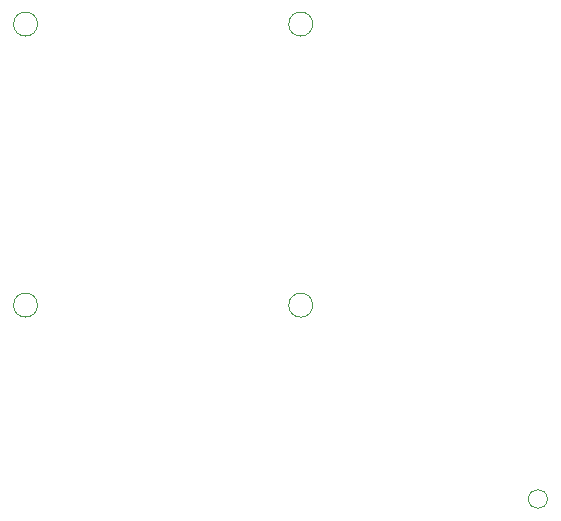
<source format=gm1>
G04*
G04 #@! TF.GenerationSoftware,Altium Limited,Altium Designer,25.8.1 (18)*
G04*
G04 Layer_Color=16711935*
%FSLAX44Y44*%
%MOMM*%
G71*
G04*
G04 #@! TF.SameCoordinates,220DD8DD-A9B0-4AC3-BD9C-64780996674F*
G04*
G04*
G04 #@! TF.FilePolarity,Positive*
G04*
G01*
G75*
%ADD61C,0.0254*%
D61*
X575999Y36299D02*
G03*
X575999Y36299I-8000J0D01*
G01*
X377360Y200401D02*
G03*
X377360Y200401I-10160J0D01*
G01*
X144360D02*
G03*
X144360Y200401I-10160J0D01*
G01*
X377360Y438400D02*
G03*
X377360Y438400I-10160J0D01*
G01*
X144360D02*
G03*
X144360Y438400I-10160J0D01*
G01*
M02*

</source>
